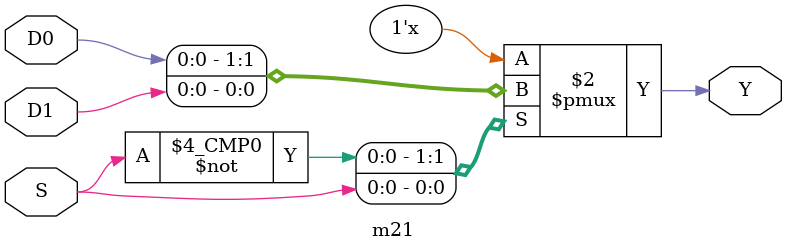
<source format=v>
`timescale 1ns / 1ps


module fab_cell(x,y,sin,cin,sout,cout);
input sin,cin,x,y;
output sout,cout;
wire w1,w2,w3;
assign w1=y?sin:0;
assign w2=y?x:0;
fa FA1(w1,w2,cin,w3,cout);

m21 mux (sout,sin,w3,y);

endmodule
module fa(sin,xin,carryin,sout,carryout);

input xin,carryin,sin;
output sout,carryout;
assign sout =xin^sin^carryin;
assign carryout = ((xin&sin)|(xin&carryin)|(sin&carryin));

endmodule

module m21(Y, D0, D1, S);

output reg Y;
input D0, D1, S;
always @(D0,D1,S) 
begin
case(S)
0: Y=D0;
1: Y=D1;
endcase
end
endmodule


</source>
